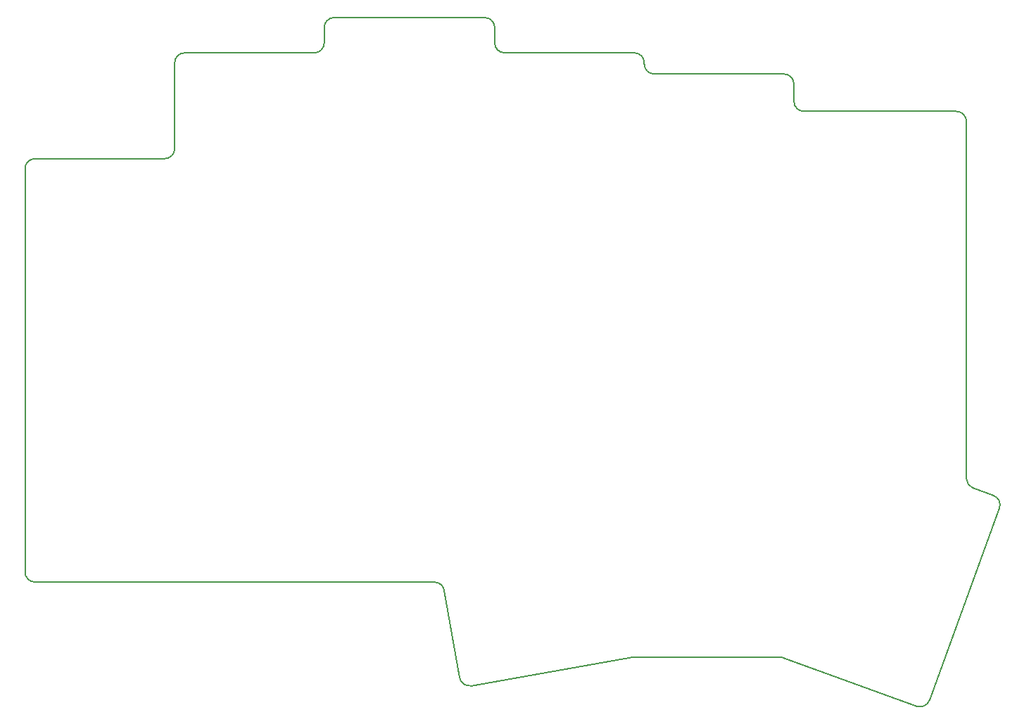
<source format=gbr>
%TF.GenerationSoftware,KiCad,Pcbnew,(6.0.9-0)*%
%TF.CreationDate,2022-12-30T09:12:30+01:00*%
%TF.ProjectId,beamer,6265616d-6572-42e6-9b69-6361645f7063,v1.0.0*%
%TF.SameCoordinates,Original*%
%TF.FileFunction,Profile,NP*%
%FSLAX46Y46*%
G04 Gerber Fmt 4.6, Leading zero omitted, Abs format (unit mm)*
G04 Created by KiCad (PCBNEW (6.0.9-0)) date 2022-12-30 09:12:30*
%MOMM*%
%LPD*%
G01*
G04 APERTURE LIST*
%TA.AperFunction,Profile*%
%ADD10C,0.150000*%
%TD*%
G04 APERTURE END LIST*
D10*
X254019791Y-180141368D02*
G75*
G03*
X255557854Y-179424145I410409J1127668D01*
G01*
X203250000Y-98400000D02*
X203250000Y-100250000D01*
X221250000Y-102650000D02*
X221250000Y-102800000D01*
X146750000Y-164000000D02*
X146750000Y-115400000D01*
X165950000Y-101450000D02*
G75*
G03*
X164750000Y-102650000I0J-1200000D01*
G01*
X263971561Y-156307711D02*
G75*
G03*
X263254341Y-154769651I-1127661J410411D01*
G01*
X239250000Y-107300000D02*
G75*
G03*
X240450000Y-108500000I1200000J0D01*
G01*
X221250000Y-102650000D02*
G75*
G03*
X220050000Y-101450000I-1200000J0D01*
G01*
X239250000Y-105200000D02*
G75*
G03*
X238050000Y-104000000I-1200000J0D01*
G01*
X197179268Y-166191615D02*
G75*
G03*
X195997461Y-165200000I-1181768J-208385D01*
G01*
X146750000Y-164000000D02*
G75*
G03*
X147950000Y-165200000I1200000J0D01*
G01*
X237997744Y-174309811D02*
G75*
G03*
X237587323Y-174237433I-410444J-1127589D01*
G01*
X260000000Y-109700000D02*
G75*
G03*
X258800000Y-108500000I-1200000J0D01*
G01*
X220077640Y-174237425D02*
G75*
G03*
X219869262Y-174255664I60J-1200175D01*
G01*
X147950000Y-114200000D02*
X163550000Y-114200000D01*
X255557853Y-179424145D02*
X263971548Y-156307706D01*
X240450000Y-108500000D02*
X258800000Y-108500000D01*
X204450000Y-101450000D02*
X220050000Y-101450000D01*
X197179230Y-166191622D02*
X199034073Y-176710958D01*
X182750000Y-100250000D02*
X182750000Y-98400000D01*
X260789576Y-153872550D02*
X263254341Y-154769651D01*
X259999983Y-152744918D02*
G75*
G03*
X260789576Y-153872549I1200017J18D01*
G01*
X183950000Y-97200000D02*
X202050000Y-97200000D01*
X199034041Y-176710964D02*
G75*
G03*
X200424220Y-177684349I1181759J208364D01*
G01*
X221250000Y-102800000D02*
G75*
G03*
X222450000Y-104000000I1200000J0D01*
G01*
X164750000Y-113000000D02*
X164750000Y-102650000D01*
X203250000Y-98400000D02*
G75*
G03*
X202050000Y-97200000I-1200000J0D01*
G01*
X163550000Y-114200000D02*
G75*
G03*
X164750000Y-113000000I0J1200000D01*
G01*
X181550000Y-101450000D02*
G75*
G03*
X182750000Y-100250000I0J1200000D01*
G01*
X147950000Y-165200000D02*
X195997461Y-165200000D01*
X165950000Y-101450000D02*
X181550000Y-101450000D01*
X260000000Y-152744918D02*
X260000000Y-109700000D01*
X220077640Y-174237433D02*
X237587323Y-174237433D01*
X222450000Y-104000000D02*
X238050000Y-104000000D01*
X147950000Y-114200000D02*
G75*
G03*
X146750000Y-115400000I0J-1200000D01*
G01*
X203250000Y-100250000D02*
G75*
G03*
X204450000Y-101450000I1200000J0D01*
G01*
X183950000Y-97200000D02*
G75*
G03*
X182750000Y-98400000I0J-1200000D01*
G01*
X200424220Y-177684350D02*
X219869262Y-174255664D01*
X237997747Y-174309802D02*
X254019797Y-180141352D01*
X239250000Y-105200000D02*
X239250000Y-107300000D01*
M02*

</source>
